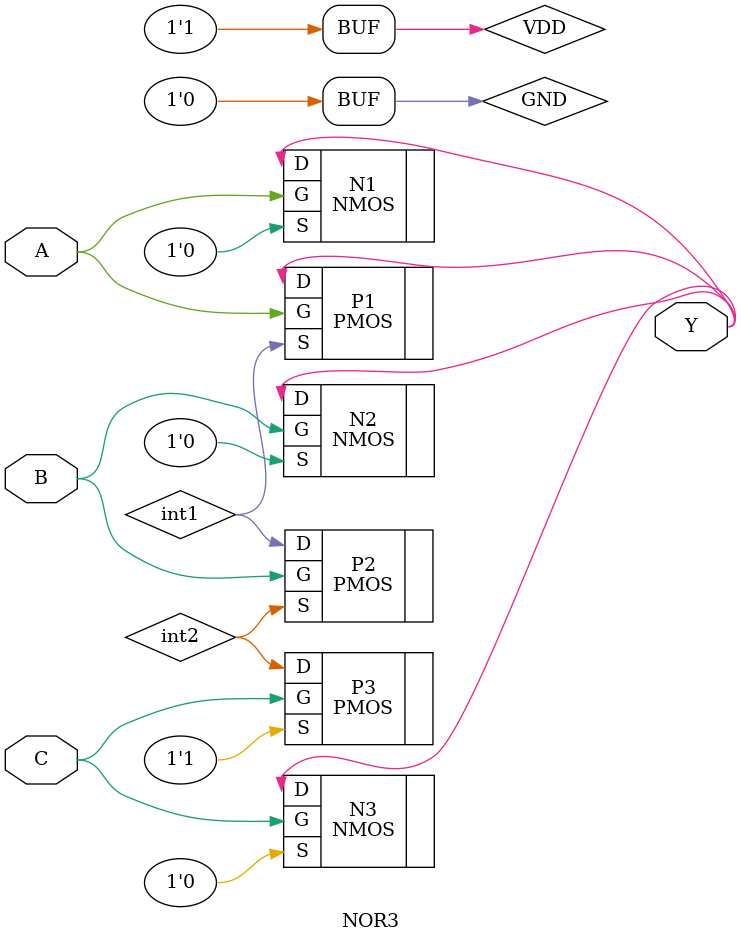
<source format=v>
module NOR3(
    output Y,
    input A,
    input B,
    input C
);
    supply1 VDD;
    supply0 GND;
    wire int1, int2;

    NMOS N1(
        .S(GND),
        .D(Y),
        .G(A)
    );
    NMOS N2(
        .S(GND),
        .D(Y),
        .G(B)
    );
    NMOS N3(
        .S(GND),
        .D(Y),
        .G(C)
    );
    PMOS P1(
        .S(int1),
        .D(Y),
        .G(A)
    );
    PMOS P2(
        .S(int2),
        .D(int1),
        .G(B)
    );
    PMOS P3(
        .S(VDD),
        .D(int2),
        .G(C)
    );
endmodule
</source>
